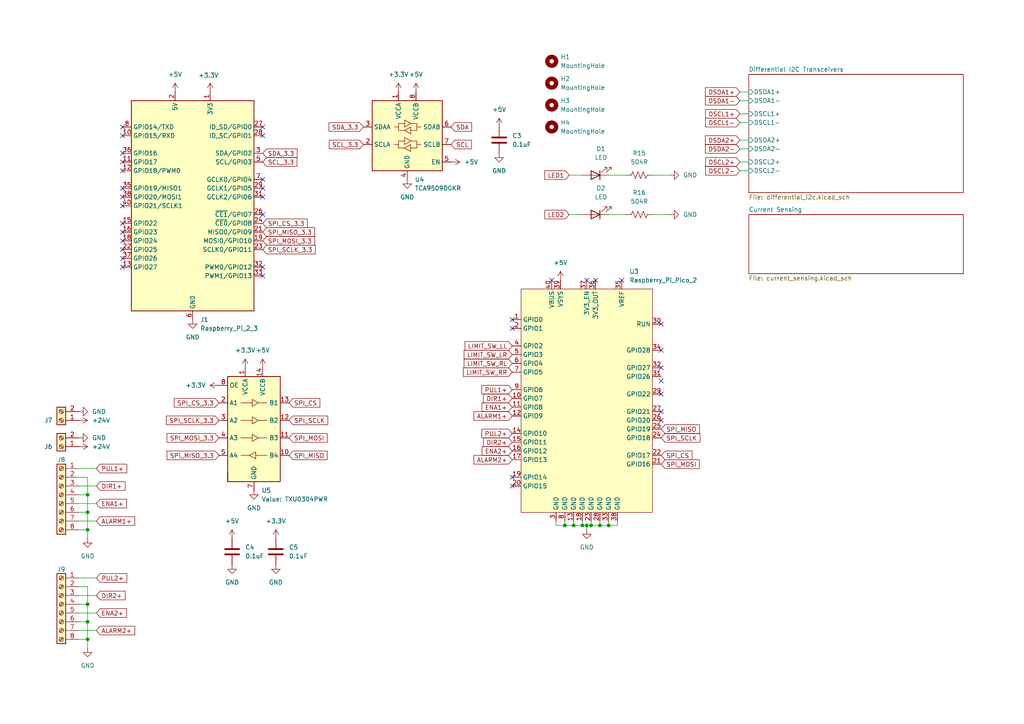
<source format=kicad_sch>
(kicad_sch (version 20231120) (generator "eeschema") (generator_version "8.0")
  (paper "A4")
  (lib_symbols
    (symbol "Connector:8P8C_Shielded" (pin_names (offset 1.016))
      (property "Reference" "J" (at -5.08 13.97 0))
      (property "Value" "8P8C_Shielded" (at 2.54 13.97 0))
      (symbol "8P8C_Shielded_0_1"
        (polyline (pts (xy -5.08 4.445) (xy -6.35 4.445)))
        (polyline (pts (xy -5.08 5.715) (xy -6.35 5.715)))
        (polyline (pts (xy -6.35 -3.175) (xy -5.08 -3.175) (xy -5.08 -3.175)))
        (polyline (pts (xy -6.35 -1.905) (xy -5.08 -1.905) (xy -5.08 -1.905)))
        (polyline (pts (xy -6.35 -0.635) (xy -5.08 -0.635) (xy -5.08 -0.635)))
        (polyline (pts (xy -6.35 0.635) (xy -5.08 0.635) (xy -5.08 0.635)))
        (polyline (pts (xy -6.35 1.905) (xy -5.08 1.905) (xy -5.08 1.905)))
        (polyline (pts (xy -5.08 3.175) (xy -6.35 3.175) (xy -6.35 3.175)))
        (polyline (pts (xy -6.35 -4.445) (xy -6.35 6.985) (xy 3.81 6.985) (xy 3.81 4.445) (xy 5.08 4.445) (xy 5.08 3.175) (xy 6.35 3.175) (xy 6.35 -0.635) (xy 5.08 -0.635) (xy 5.08 -1.905) (xy 3.81 -1.905) (xy 3.81 -4.445) (xy -6.35 -4.445) (xy -6.35 -4.445)))
        (rectangle (start 7.62 12.7) (end -7.62 -10.16) (stroke (width 0.254)) (fill (type background)))
      )
      (symbol "8P8C_Shielded_1_1"
        (pin passive line (at 10.16 -7.62 180) (length 2.54) (name "~") (number "1"))
        (pin passive line (at 10.16 -5.08 180) (length 2.54) (name "~") (number "2"))
        (pin passive line (at 10.16 -2.54 180) (length 2.54) (name "~") (number "3"))
        (pin passive line (at 10.16 0 180) (length 2.54) (name "~") (number "4"))
        (pin passive line (at 10.16 2.54 180) (length 2.54) (name "~") (number "5"))
        (pin passive line (at 10.16 5.08 180) (length 2.54) (name "~") (number "6"))
        (pin passive line (at 10.16 7.62 180) (length 2.54) (name "~") (number "7"))
        (pin passive line (at 10.16 10.16 180) (length 2.54) (name "~") (number "8"))
        (pin passive line (at 0 -12.7 90) (length 2.54) (name "~") (number "SH"))
      )
    )
    (symbol "Connector:Raspberry_Pi_2_3"
      (property "Reference" "J" (at -17.78 31.75 0))
      (property "Value" "Raspberry_Pi_2_3" (at 10.16 -31.75 0))
      (symbol "Raspberry_Pi_2_3_0_1"
        (rectangle (start -17.78 30.48) (end 17.78 -30.48) (stroke (width 0.254)) (fill (type background)))
      )
      (symbol "Raspberry_Pi_2_3_1_1"
        (pin power_in line (at 5.08 33.02 270) (length 2.54) (name "3V3") (number "1"))
        (pin bidirectional line (at -20.32 20.32 0) (length 2.54) (name "GPIO15/RXD") (number "10"))
        (pin bidirectional line (at -20.32 12.7 0) (length 2.54) (name "GPIO17") (number "11"))
        (pin bidirectional line (at -20.32 10.16 0) (length 2.54) (name "GPIO18/PWM0") (number "12"))
        (pin bidirectional line (at -20.32 -17.78 0) (length 2.54) (name "GPIO27") (number "13"))
        (pin passive line (at 0 -33.02 90) (length 2.54) hide (name "GND") (number "14"))
        (pin bidirectional line (at -20.32 -5.08 0) (length 2.54) (name "GPIO22") (number "15"))
        (pin bidirectional line (at -20.32 -7.62 0) (length 2.54) (name "GPIO23") (number "16"))
        (pin passive line (at 5.08 33.02 270) (length 2.54) hide (name "3V3") (number "17"))
        (pin bidirectional line (at -20.32 -10.16 0) (length 2.54) (name "GPIO24") (number "18"))
        (pin bidirectional line (at 20.32 -10.16 180) (length 2.54) (name "MOSI0/GPIO10") (number "19"))
        (pin power_in line (at -5.08 33.02 270) (length 2.54) (name "5V") (number "2"))
        (pin passive line (at 0 -33.02 90) (length 2.54) hide (name "GND") (number "20"))
        (pin bidirectional line (at 20.32 -7.62 180) (length 2.54) (name "MISO0/GPIO9") (number "21"))
        (pin bidirectional line (at -20.32 -12.7 0) (length 2.54) (name "GPIO25") (number "22"))
        (pin bidirectional line (at 20.32 -12.7 180) (length 2.54) (name "SCLK0/GPIO11") (number "23"))
        (pin bidirectional line (at 20.32 -5.08 180) (length 2.54) (name "~{CE0}/GPIO8") (number "24"))
        (pin passive line (at 0 -33.02 90) (length 2.54) hide (name "GND") (number "25"))
        (pin bidirectional line (at 20.32 -2.54 180) (length 2.54) (name "~{CE1}/GPIO7") (number "26"))
        (pin bidirectional line (at 20.32 22.86 180) (length 2.54) (name "ID_SD/GPIO0") (number "27"))
        (pin bidirectional line (at 20.32 20.32 180) (length 2.54) (name "ID_SC/GPIO1") (number "28"))
        (pin bidirectional line (at 20.32 5.08 180) (length 2.54) (name "GCLK1/GPIO5") (number "29"))
        (pin bidirectional line (at 20.32 15.24 180) (length 2.54) (name "SDA/GPIO2") (number "3"))
        (pin passive line (at 0 -33.02 90) (length 2.54) hide (name "GND") (number "30"))
        (pin bidirectional line (at 20.32 2.54 180) (length 2.54) (name "GCLK2/GPIO6") (number "31"))
        (pin bidirectional line (at 20.32 -17.78 180) (length 2.54) (name "PWM0/GPIO12") (number "32"))
        (pin bidirectional line (at 20.32 -20.32 180) (length 2.54) (name "PWM1/GPIO13") (number "33"))
        (pin passive line (at 0 -33.02 90) (length 2.54) hide (name "GND") (number "34"))
        (pin bidirectional line (at -20.32 5.08 0) (length 2.54) (name "GPIO19/MISO1") (number "35"))
        (pin bidirectional line (at -20.32 15.24 0) (length 2.54) (name "GPIO16") (number "36"))
        (pin bidirectional line (at -20.32 -15.24 0) (length 2.54) (name "GPIO26") (number "37"))
        (pin bidirectional line (at -20.32 2.54 0) (length 2.54) (name "GPIO20/MOSI1") (number "38"))
        (pin passive line (at 0 -33.02 90) (length 2.54) hide (name "GND") (number "39"))
        (pin passive line (at -5.08 33.02 270) (length 2.54) hide (name "5V") (number "4"))
        (pin bidirectional line (at -20.32 0 0) (length 2.54) (name "GPIO21/SCLK1") (number "40"))
        (pin bidirectional line (at 20.32 12.7 180) (length 2.54) (name "SCL/GPIO3") (number "5"))
        (pin power_in line (at 0 -33.02 90) (length 2.54) (name "GND") (number "6"))
        (pin bidirectional line (at 20.32 7.62 180) (length 2.54) (name "GCLK0/GPIO4") (number "7"))
        (pin bidirectional line (at -20.32 22.86 0) (length 2.54) (name "GPIO14/TXD") (number "8"))
        (pin passive line (at 0 -33.02 90) (length 2.54) hide (name "GND") (number "9"))
      )
    )
    (symbol "Connector:Screw_Terminal_01x02" (pin_names (offset 1.016) hide)
      (property "Reference" "J" (at 0 2.54 0))
      (property "Value" "Screw_Terminal_01x02" (at 0 -5.08 0))
      (symbol "Screw_Terminal_01x02_1_1"
        (rectangle (start -1.27 1.27) (end 1.27 -3.81) (stroke (width 0.254)) (fill (type background)))
        (circle (center 0 -2.54) (radius 0.635) (stroke (width 0.1524)))
        (polyline (pts (xy -0.5334 -2.2098) (xy 0.3302 -3.048)) (stroke (width 0.1524)))
        (polyline (pts (xy -0.5334 0.3302) (xy 0.3302 -0.508)) (stroke (width 0.1524)))
        (polyline (pts (xy -0.3556 -2.032) (xy 0.508 -2.8702)) (stroke (width 0.1524)))
        (polyline (pts (xy -0.3556 0.508) (xy 0.508 -0.3302)) (stroke (width 0.1524)))
        (circle (center 0 0) (radius 0.635) (stroke (width 0.1524)))
        (pin passive line (at -5.08 0 0) (length 3.81) (name "Pin_1") (number "1"))
        (pin passive line (at -5.08 -2.54 0) (length 3.81) (name "Pin_2") (number "2"))
      )
    )
    (symbol "Connector:Screw_Terminal_01x08" (pin_names (offset 1.016) hide)
      (property "Reference" "J" (at 0 10.16 0))
      (property "Value" "Screw_Terminal_01x08" (at 0 -12.7 0))
      (symbol "Screw_Terminal_01x08_1_1"
        (rectangle (start -1.27 8.89) (end 1.27 -11.43) (stroke (width 0.254)) (fill (type background)))
        (circle (center 0 -10.16) (radius 0.635) (stroke (width 0.1524)))
        (circle (center 0 -7.62) (radius 0.635) (stroke (width 0.1524)))
        (circle (center 0 -5.08) (radius 0.635) (stroke (width 0.1524)))
        (circle (center 0 -2.54) (radius 0.635) (stroke (width 0.1524)))
        (polyline (pts (xy -0.5334 -9.8298) (xy 0.3302 -10.668)) (stroke (width 0.1524)))
        (polyline (pts (xy -0.5334 -7.2898) (xy 0.3302 -8.128)) (stroke (width 0.1524)))
        (polyline (pts (xy -0.5334 -4.7498) (xy 0.3302 -5.588)) (stroke (width 0.1524)))
        (polyline (pts (xy -0.5334 -2.2098) (xy 0.3302 -3.048)) (stroke (width 0.1524)))
        (polyline (pts (xy -0.5334 0.3302) (xy 0.3302 -0.508)) (stroke (width 0.1524)))
        (polyline (pts (xy -0.5334 2.8702) (xy 0.3302 2.032)) (stroke (width 0.1524)))
        (polyline (pts (xy -0.5334 5.4102) (xy 0.3302 4.572)) (stroke (width 0.1524)))
        (polyline (pts (xy -0.5334 7.9502) (xy 0.3302 7.112)) (stroke (width 0.1524)))
        (polyline (pts (xy -0.3556 -9.652) (xy 0.508 -10.4902)) (stroke (width 0.1524)))
        (polyline (pts (xy -0.3556 -7.112) (xy 0.508 -7.9502)) (stroke (width 0.1524)))
        (polyline (pts (xy -0.3556 -4.572) (xy 0.508 -5.4102)) (stroke (width 0.1524)))
        (polyline (pts (xy -0.3556 -2.032) (xy 0.508 -2.8702)) (stroke (width 0.1524)))
        (polyline (pts (xy -0.3556 0.508) (xy 0.508 -0.3302)) (stroke (width 0.1524)))
        (polyline (pts (xy -0.3556 3.048) (xy 0.508 2.2098)) (stroke (width 0.1524)))
        (polyline (pts (xy -0.3556 5.588) (xy 0.508 4.7498)) (stroke (width 0.1524)))
        (polyline (pts (xy -0.3556 8.128) (xy 0.508 7.2898)) (stroke (width 0.1524)))
        (circle (center 0 0) (radius 0.635) (stroke (width 0.1524)))
        (circle (center 0 2.54) (radius 0.635) (stroke (width 0.1524)))
        (circle (center 0 5.08) (radius 0.635) (stroke (width 0.1524)))
        (circle (center 0 7.62) (radius 0.635) (stroke (width 0.1524)))
        (pin passive line (at -5.08 7.62 0) (length 3.81) (name "Pin_1") (number "1"))
        (pin passive line (at -5.08 5.08 0) (length 3.81) (name "Pin_2") (number "2"))
        (pin passive line (at -5.08 2.54 0) (length 3.81) (name "Pin_3") (number "3"))
        (pin passive line (at -5.08 0 0) (length 3.81) (name "Pin_4") (number "4"))
        (pin passive line (at -5.08 -2.54 0) (length 3.81) (name "Pin_5") (number "5"))
        (pin passive line (at -5.08 -5.08 0) (length 3.81) (name "Pin_6") (number "6"))
        (pin passive line (at -5.08 -7.62 0) (length 3.81) (name "Pin_7") (number "7"))
        (pin passive line (at -5.08 -10.16 0) (length 3.81) (name "Pin_8") (number "8"))
      )
    )
    (symbol "Device:C" (pin_numbers hide) (pin_names (offset 0.254))
      (property "Reference" "C" (at 0.635 2.54 0))
      (property "Value" "C" (at 0.635 -2.54 0))
      (symbol "C_0_1"
        (polyline (pts (xy -2.032 -0.762) (xy 2.032 -0.762)) (stroke (width 0.508)))
        (polyline (pts (xy -2.032 0.762) (xy 2.032 0.762)) (stroke (width 0.508)))
      )
      (symbol "C_1_1"
        (pin passive line (at 0 3.81 270) (length 2.794) (name "~") (number "1"))
        (pin passive line (at 0 -3.81 90) (length 2.794) (name "~") (number "2"))
      )
    )
    (symbol "Device:LED" (pin_numbers hide) (pin_names (offset 1.016) hide)
      (property "Reference" "D" (at 0 2.54 0))
      (property "Value" "LED" (at 0 -2.54 0))
      (symbol "LED_0_1"
        (polyline (pts (xy -1.27 -1.27) (xy -1.27 1.27)) (stroke (width 0.254)))
        (polyline (pts (xy -1.27 0) (xy 1.27 0)))
        (polyline (pts (xy 1.27 -1.27) (xy 1.27 1.27) (xy -1.27 0) (xy 1.27 -1.27)) (stroke (width 0.254)))
        (polyline (pts (xy -3.048 -0.762) (xy -4.572 -2.286) (xy -3.81 -2.286) (xy -4.572 -2.286) (xy -4.572 -1.524)))
        (polyline (pts (xy -1.778 -0.762) (xy -3.302 -2.286) (xy -2.54 -2.286) (xy -3.302 -2.286) (xy -3.302 -1.524)))
      )
      (symbol "LED_1_1"
        (pin passive line (at -3.81 0 0) (length 2.54) (name "K") (number "1"))
        (pin passive line (at 3.81 0 180) (length 2.54) (name "A") (number "2"))
      )
    )
    (symbol "Device:R_US" (pin_numbers hide) (pin_names (offset 0))
      (property "Reference" "R" (at 2.54 0 90))
      (property "Value" "R_US" (at -2.54 0 90))
      (symbol "R_US_0_1"
        (polyline (pts (xy 0 -2.286) (xy 0 -2.54)))
        (polyline (pts (xy 0 2.286) (xy 0 2.54)))
        (polyline (pts (xy 0 -0.762) (xy 1.016 -1.143) (xy 0 -1.524) (xy -1.016 -1.905) (xy 0 -2.286)))
        (polyline (pts (xy 0 0.762) (xy 1.016 0.381) (xy 0 0) (xy -1.016 -0.381) (xy 0 -0.762)))
        (polyline (pts (xy 0 2.286) (xy 1.016 1.905) (xy 0 1.524) (xy -1.016 1.143) (xy 0 0.762)))
      )
      (symbol "R_US_1_1"
        (pin passive line (at 0 3.81 270) (length 1.27) (name "~") (number "1"))
        (pin passive line (at 0 -3.81 90) (length 1.27) (name "~") (number "2"))
      )
    )
    (symbol "Logic_LevelTranslator:TCA9517ADGK"
      (property "Reference" "U5" (at 2.1941 -12.7 0))
      (property "Value" "TCA9517ADGK" (at 2.1941 -15.24 0))
      (symbol "TCA9517ADGK_1_1"
        (rectangle (start -10.16 10.16) (end 10.16 -10.16) (stroke (width 0.254)) (fill (type background)))
        (polyline (pts (xy -2.54 -2.54) (xy -2.54 -1.524) (xy -0.762 -1.524)))
        (polyline (pts (xy -2.54 2.54) (xy -2.54 3.556) (xy -0.762 3.556)))
        (polyline (pts (xy 2.794 -2.54) (xy 2.794 -3.556) (xy 1.016 -3.556)))
        (polyline (pts (xy 2.794 2.54) (xy 2.794 1.524) (xy 1.016 1.524)))
        (polyline (pts (xy -0.762 -3.556) (xy -2.54 -3.556) (xy -2.54 -2.54) (xy -3.81 -2.54)))
        (polyline (pts (xy -0.762 -2.54) (xy -0.762 -0.508) (xy 1.016 -1.524) (xy -0.762 -2.54)))
        (polyline (pts (xy -0.762 1.524) (xy -2.54 1.524) (xy -2.54 2.54) (xy -3.81 2.54)))
        (polyline (pts (xy -0.762 2.54) (xy -0.762 4.572) (xy 1.016 3.556) (xy -0.762 2.54)))
        (polyline (pts (xy 1.016 -1.524) (xy 2.794 -1.524) (xy 2.794 -2.54) (xy 4.064 -2.54)))
        (polyline (pts (xy 1.016 3.556) (xy 2.794 3.556) (xy 2.794 2.54) (xy 4.064 2.54)))
        (polyline (pts (xy 1.016 -2.54) (xy 1.016 -4.318) (xy 1.016 -4.572) (xy -0.762 -3.556) (xy 1.016 -2.54)))
        (polyline (pts (xy 1.016 2.54) (xy 1.016 0.762) (xy 1.016 0.508) (xy -0.762 1.524) (xy 1.016 2.54)))
        (pin power_in line (at -2.54 12.7 270) (length 2.54) (name "VCCA") (number "1"))
        (pin bidirectional line (at -12.7 -2.54 0) (length 2.54) (name "SCLA") (number "2"))
        (pin bidirectional line (at -12.7 2.54 0) (length 2.54) (name "SDAA") (number "3"))
        (pin power_in line (at 0 -12.7 90) (length 2.54) (name "GND") (number "4"))
        (pin passive line (at 12.7 -7.62 180) (length 2.54) (name "EN") (number "5"))
        (pin bidirectional line (at 12.7 2.54 180) (length 2.54) (name "SDAB") (number "6"))
        (pin bidirectional line (at 12.7 -2.54 180) (length 2.54) (name "SCLB") (number "7"))
        (pin power_in line (at 2.54 12.7 270) (length 2.54) (name "VCCB") (number "8"))
      )
    )
    (symbol "Mechanical:MountingHole" (pin_names (offset 1.016)) (exclude_from_sim yes) (in_bom no)
      (property "Reference" "H" (at 0 5.08 0))
      (property "Value" "MountingHole" (at 0 3.175 0))
      (symbol "MountingHole_0_1"
        (circle (center 0 0) (radius 1.27) (stroke (width 1.27)))
      )
    )
    (symbol "bh_symbol_library:RaspberryPi-Pico-2"
      (property "Reference" "U" (at 0 0 0))
      (property "Value" "Raspberry_Pi_Pico_2" (at 0 0 0))
      (symbol "RaspberryPi-Pico-2_0_0"
        (pin bidirectional line (at 0 0 0) (length 2.54) (name "GPIO0") (number "1"))
        (pin bidirectional line (at 0 -22.86 0) (length 2.54) (name "GPIO7") (number "10"))
        (pin bidirectional line (at 0 -25.4 0) (length 2.54) (name "GPIO8") (number "11"))
        (pin bidirectional line (at 0 -27.94 0) (length 2.54) (name "GPIO9") (number "12"))
        (pin power_in line (at 17.78 -58.42 90) (length 2.54) (name "GND") (number "13"))
        (pin bidirectional line (at 0 -33.02 0) (length 2.54) (name "GPIO10") (number "14"))
        (pin bidirectional line (at 0 -35.56 0) (length 2.54) (name "GPIO11") (number "15"))
        (pin bidirectional line (at 0 -38.1 0) (length 2.54) (name "GPIO12") (number "16"))
        (pin bidirectional line (at 0 -40.64 0) (length 2.54) (name "GPIO13") (number "17"))
        (pin power_in line (at 20.32 -58.42 90) (length 2.54) (name "GND") (number "18"))
        (pin bidirectional line (at 0 -45.72 0) (length 2.54) (name "GPIO14") (number "19"))
        (pin bidirectional line (at 0 -2.54 0) (length 2.54) (name "GPIO1") (number "2"))
        (pin bidirectional line (at 0 -48.26 0) (length 2.54) (name "GPIO15") (number "20"))
        (pin bidirectional line (at 43.18 -41.91 180) (length 2.54) (name "GPIO16") (number "21"))
        (pin bidirectional line (at 43.18 -39.37 180) (length 2.54) (name "GPIO17") (number "22"))
        (pin power_in line (at 22.86 -58.42 90) (length 2.54) (name "GND") (number "23"))
        (pin bidirectional line (at 43.18 -34.29 180) (length 2.54) (name "GPIO18") (number "24"))
        (pin bidirectional line (at 43.18 -31.75 180) (length 2.54) (name "GPIO19") (number "25"))
        (pin bidirectional line (at 43.18 -29.21 180) (length 2.54) (name "GPIO20") (number "26"))
        (pin bidirectional line (at 43.18 -26.67 180) (length 2.54) (name "GPIO21") (number "27"))
        (pin power_in line (at 25.4 -58.42 90) (length 2.54) (name "GND") (number "28"))
        (pin bidirectional line (at 43.18 -21.59 180) (length 2.54) (name "GPIO22") (number "29"))
        (pin power_in line (at 12.7 -58.42 90) (length 2.54) (name "GND") (number "3"))
        (pin input line (at 43.18 -1.27 180) (length 2.54) (name "RUN") (number "30"))
        (pin bidirectional line (at 43.18 -16.51 180) (length 2.54) (name "GPIO26") (number "31"))
        (pin bidirectional line (at 43.18 -13.97 180) (length 2.54) (name "GPIO27") (number "32"))
        (pin power_in line (at 27.94 -58.42 90) (length 2.54) (name "GND") (number "33"))
        (pin unspecified line (at 43.18 -8.89 180) (length 2.54) (name "GPIO28") (number "34"))
        (pin unspecified line (at 31.75 11.43 270) (length 2.54) (name "VREF") (number "35"))
        (pin unspecified line (at 24.13 11.43 270) (length 2.54) (name "3V3_OUT") (number "36"))
        (pin unspecified line (at 21.59 11.43 270) (length 2.54) (name "3V3_EN") (number "37"))
        (pin power_in line (at 30.48 -58.42 90) (length 2.54) (name "GND") (number "38"))
        (pin unspecified line (at 13.97 11.43 270) (length 2.54) (name "VSYS") (number "39"))
        (pin bidirectional line (at 0 -7.62 0) (length 2.54) (name "GPIO2") (number "4"))
        (pin unspecified line (at 11.43 11.43 270) (length 2.54) (name "VBUS") (number "40"))
        (pin bidirectional line (at 0 -10.16 0) (length 2.54) (name "GPIO3") (number "5"))
        (pin bidirectional line (at 0 -12.7 0) (length 2.54) (name "GPIO4") (number "6"))
        (pin bidirectional line (at 0 -15.24 0) (length 2.54) (name "GPIO5") (number "7"))
        (pin power_in line (at 15.24 -58.42 90) (length 2.54) (name "GND") (number "8"))
        (pin bidirectional line (at 0 -20.32 0) (length 2.54) (name "GPIO6") (number "9"))
      )
      (symbol "RaspberryPi-Pico-2_1_1"
        (rectangle (start 2.54 8.89) (end 40.64 -55.88) (fill (type background)))
      )
    )
    (symbol "bh_symbol_library:TXU0304PWR"
      (property "Reference" "U" (at 0.508 1.27 0))
      (property "Value" "TXU0304PWR" (at 17.526 1.27 0) (show_name))
      (symbol "TXU0304PWR_0_1"
        (rectangle (start 0 -30.48) (end 0 -27.94) (stroke (width 0.254)))
        (polyline (pts (xy 6.35 -22.86) (xy 3.81 -22.86)))
        (polyline (pts (xy 8.89 -17.78) (xy 11.43 -17.78)))
        (polyline (pts (xy 8.89 -12.7) (xy 11.43 -12.7)))
        (polyline (pts (xy 8.89 -7.62) (xy 11.43 -7.62)))
        (polyline (pts (xy 3.81 -17.78) (xy 6.985 -17.78) (xy 7.091 -17.78)))
        (polyline (pts (xy 3.81 -12.7) (xy 6.985 -12.7) (xy 7.091 -12.7)))
        (polyline (pts (xy 3.81 -7.62) (xy 6.985 -7.62) (xy 7.091 -7.62)))
        (polyline (pts (xy 11.43 -22.86) (xy 8.255 -22.86) (xy 8.149 -22.86)))
        (polyline (pts (xy 6.35 -22.86) (xy 8.128 -21.844) (xy 8.128 -23.876) (xy 6.35 -22.86)))
        (polyline (pts (xy 8.89 -17.78) (xy 7.112 -18.796) (xy 7.112 -16.764) (xy 8.89 -17.78)))
        (polyline (pts (xy 8.89 -12.7) (xy 7.112 -13.716) (xy 7.112 -11.684) (xy 8.89 -12.7)))
        (polyline (pts (xy 8.89 -7.62) (xy 7.112 -8.636) (xy 7.112 -6.604) (xy 8.89 -7.62)))
        (rectangle (start 0 0) (end 15.24 -30.48) (stroke (width 0.254)) (fill (type background)))
      )
      (symbol "TXU0304PWR_1_1"
        (pin power_in line (at 5.08 2.54 270) (length 2.54) (name "VCCA") (number "1"))
        (pin input line (at 17.78 -22.86 180) (length 2.54) (name "B4") (number "10"))
        (pin output line (at 17.78 -17.78 180) (length 2.54) (name "B3") (number "11"))
        (pin output line (at 17.78 -12.7 180) (length 2.54) (name "B2") (number "12"))
        (pin output line (at 17.78 -7.62 180) (length 2.54) (name "B1") (number "13"))
        (pin power_in line (at 10.16 2.54 270) (length 2.54) (name "VCCB") (number "14"))
        (pin input line (at -2.54 -7.62 0) (length 2.54) (name "A1") (number "2"))
        (pin input line (at -2.54 -12.7 0) (length 2.54) (name "A2") (number "3"))
        (pin input line (at -2.54 -17.78 0) (length 2.54) (name "A3") (number "4"))
        (pin output line (at -2.54 -22.86 0) (length 2.54) (name "A4") (number "5"))
        (pin no_connect line (at 0 -27.94 0) (length 2.54) hide (name "NC") (number "6"))
        (pin power_in line (at 7.62 -33.02 90) (length 2.54) (name "GND") (number "7"))
        (pin input line (at -2.54 -2.54 0) (length 2.54) (name "OE") (number "8"))
        (pin no_connect line (at 15.24 -27.94 180) (length 2.54) hide (name "NC") (number "9"))
      )
    )
    (symbol "power:+12V" (power) (pin_numbers hide) (pin_names (offset 0) hide)
      (property "Value" "+12V" (at 0 3.556 0))
      (symbol "+12V_0_1"
        (polyline (pts (xy -0.762 1.27) (xy 0 2.54)))
        (polyline (pts (xy 0 0) (xy 0 2.54)))
        (polyline (pts (xy 0 2.54) (xy 0.762 1.27)))
      )
      (symbol "+12V_1_1"
        (pin power_in line (at 0 0 90) (length 0) (name "~") (number "1"))
      )
    )
    (symbol "power:+3.3V" (power) (pin_numbers hide) (pin_names (offset 0) hide)
      (property "Value" "+3.3V" (at 0 3.556 0))
      (symbol "+3.3V_0_1"
        (polyline (pts (xy -0.762 1.27) (xy 0 2.54)))
        (polyline (pts (xy 0 0) (xy 0 2.54)))
        (polyline (pts (xy 0 2.54) (xy 0.762 1.27)))
      )
      (symbol "+3.3V_1_1"
        (pin power_in line (at 0 0 90) (length 0) (name "~") (number "1"))
      )
    )
    (symbol "power:+5V" (power) (pin_numbers hide) (pin_names (offset 0) hide)
      (property "Value" "+5V" (at 0 3.556 0))
      (symbol "+5V_0_1"
        (polyline (pts (xy -0.762 1.27) (xy 0 2.54)))
        (polyline (pts (xy 0 0) (xy 0 2.54)))
        (polyline (pts (xy 0 2.54) (xy 0.762 1.27)))
      )
      (symbol "+5V_1_1"
        (pin power_in line (at 0 0 90) (length 0) (name "~") (number "1"))
      )
    )
    (symbol "power:GND" (power) (pin_numbers hide) (pin_names (offset 0) hide)
      (property "Value" "GND" (at 0 -3.81 0))
      (symbol "GND_0_1"
        (polyline (pts (xy 0 0) (xy 0 -1.27) (xy 1.27 -1.27) (xy 0 -2.54) (xy -1.27 -1.27) (xy 0 -1.27)))
      )
      (symbol "GND_1_1"
        (pin power_in line (at 0 0 270) (length 0) (name "~") (number "1"))
      )
    )
  )
  (junction (at 176.53 152.4))
  (junction (at 25.4 185.42))
  (junction (at 25.4 148.59))
  (junction (at 25.4 143.51))
  (junction (at 25.4 175.26))
  (junction (at 173.99 152.4))
  (junction (at 25.4 153.67))
  (junction (at 168.91 152.4))
  (junction (at 166.37 152.4))
  (junction (at 163.83 152.4))
  (junction (at 25.4 180.34))
  (junction (at 170.18 152.4))
  (junction (at 171.45 152.4))
  (no_connect (at 35.56 44.45))
  (no_connect (at 76.2 54.61))
  (no_connect (at 35.56 54.61))
  (no_connect (at 76.2 77.47))
  (no_connect (at 148.59 92.71))
  (no_connect (at 35.56 74.93))
  (no_connect (at 148.59 140.97))
  (no_connect (at 35.56 64.77))
  (no_connect (at 170.18 81.28))
  (no_connect (at 35.56 69.85))
  (no_connect (at 191.77 119.38))
  (no_connect (at 35.56 36.83))
  (no_connect (at 180.34 81.28))
  (no_connect (at 191.77 121.92))
  (no_connect (at 76.2 52.07))
  (no_connect (at 172.72 81.28))
  (no_connect (at 160.02 81.28))
  (no_connect (at 191.77 110.49))
  (no_connect (at 35.56 57.15))
  (no_connect (at 76.2 57.15))
  (no_connect (at 191.77 106.68))
  (no_connect (at 191.77 101.6))
  (no_connect (at 35.56 77.47))
  (no_connect (at 76.2 80.01))
  (no_connect (at 76.2 36.83))
  (no_connect (at 76.2 62.23))
  (no_connect (at 35.56 67.31))
  (no_connect (at 191.77 93.98))
  (no_connect (at 35.56 46.99))
  (no_connect (at 148.59 95.25))
  (no_connect (at 148.59 138.43))
  (no_connect (at 35.56 39.37))
  (no_connect (at 35.56 59.69))
  (no_connect (at 35.56 72.39))
  (no_connect (at 76.2 39.37))
  (no_connect (at 35.56 49.53))
  (no_connect (at 191.77 114.3))
  (wire (pts (xy 176.53 50.8) (xy 181.61 50.8)))
  (wire (pts (xy 173.99 151.13) (xy 173.99 152.4)))
  (wire (pts (xy 22.86 177.8) (xy 27.94 177.8)))
  (wire (pts (xy 22.86 143.51) (xy 25.4 143.51)))
  (wire (pts (xy 163.83 152.4) (xy 166.37 152.4)))
  (wire (pts (xy 22.86 180.34) (xy 25.4 180.34)))
  (wire (pts (xy 363.22 54.61) (xy 363.22 57.15)))
  (wire (pts (xy 161.29 152.4) (xy 163.83 152.4)))
  (wire (pts (xy 365.76 54.61) (xy 365.76 57.15)))
  (wire (pts (xy 22.86 167.64) (xy 27.94 167.64)))
  (wire (pts (xy 365.76 20.32) (xy 365.76 22.86)))
  (wire (pts (xy 170.18 152.4) (xy 168.91 152.4)))
  (wire (pts (xy 189.23 50.8) (xy 194.31 50.8)))
  (wire (pts (xy 163.83 151.13) (xy 163.83 152.4)))
  (wire (pts (xy 214.63 43.18) (xy 217.17 43.18)))
  (wire (pts (xy 170.18 152.4) (xy 171.45 152.4)))
  (wire (pts (xy 25.4 175.26) (xy 25.4 170.18)))
  (wire (pts (xy 22.86 175.26) (xy 25.4 175.26)))
  (wire (pts (xy 22.86 182.88) (xy 27.94 182.88)))
  (wire (pts (xy 22.86 135.89) (xy 27.94 135.89)))
  (wire (pts (xy 214.63 35.56) (xy 217.17 35.56)))
  (wire (pts (xy 173.99 152.4) (xy 176.53 152.4)))
  (wire (pts (xy 22.86 138.43) (xy 25.4 138.43)))
  (wire (pts (xy 22.86 146.05) (xy 27.94 146.05)))
  (wire (pts (xy 170.18 153.67) (xy 170.18 152.4)))
  (wire (pts (xy 25.4 185.42) (xy 25.4 180.34)))
  (wire (pts (xy 25.4 153.67) (xy 22.86 153.67)))
  (wire (pts (xy 171.45 151.13) (xy 171.45 152.4)))
  (wire (pts (xy 165.1 50.8) (xy 168.91 50.8)))
  (wire (pts (xy 363.22 20.32) (xy 363.22 22.86)))
  (wire (pts (xy 179.07 151.13) (xy 179.07 152.4)))
  (wire (pts (xy 176.53 152.4) (xy 179.07 152.4)))
  (wire (pts (xy 25.4 143.51) (xy 25.4 148.59)))
  (wire (pts (xy 214.63 33.02) (xy 217.17 33.02)))
  (wire (pts (xy 22.86 172.72) (xy 27.94 172.72)))
  (wire (pts (xy 166.37 152.4) (xy 168.91 152.4)))
  (wire (pts (xy 214.63 40.64) (xy 217.17 40.64)))
  (wire (pts (xy 22.86 151.13) (xy 27.94 151.13)))
  (wire (pts (xy 168.91 151.13) (xy 168.91 152.4)))
  (wire (pts (xy 25.4 156.21) (xy 25.4 153.67)))
  (wire (pts (xy 360.68 20.32) (xy 360.68 22.86)))
  (wire (pts (xy 166.37 151.13) (xy 166.37 152.4)))
  (wire (pts (xy 25.4 180.34) (xy 25.4 175.26)))
  (wire (pts (xy 161.29 151.13) (xy 161.29 152.4)))
  (wire (pts (xy 22.86 148.59) (xy 25.4 148.59)))
  (wire (pts (xy 25.4 187.96) (xy 25.4 185.42)))
  (wire (pts (xy 368.3 20.32) (xy 368.3 22.86)))
  (wire (pts (xy 214.63 26.67) (xy 217.17 26.67)))
  (wire (pts (xy 360.68 54.61) (xy 360.68 57.15)))
  (wire (pts (xy 189.23 62.23) (xy 194.31 62.23)))
  (wire (pts (xy 214.63 29.21) (xy 217.17 29.21)))
  (wire (pts (xy 25.4 170.18) (xy 22.86 170.18)))
  (wire (pts (xy 25.4 138.43) (xy 25.4 143.51)))
  (wire (pts (xy 22.86 185.42) (xy 25.4 185.42)))
  (wire (pts (xy 176.53 62.23) (xy 181.61 62.23)))
  (wire (pts (xy 214.63 46.99) (xy 217.17 46.99)))
  (wire (pts (xy 173.99 152.4) (xy 171.45 152.4)))
  (wire (pts (xy 22.86 140.97) (xy 27.94 140.97)))
  (wire (pts (xy 25.4 148.59) (xy 25.4 153.67)))
  (wire (pts (xy 165.1 62.23) (xy 168.91 62.23)))
  (wire (pts (xy 176.53 151.13) (xy 176.53 152.4)))
  (wire (pts (xy 368.3 54.61) (xy 368.3 57.15)))
  (wire (pts (xy 214.63 49.53) (xy 217.17 49.53)))
  (global_label "DIR1+" (shape input) (at 148.59 115.57 180) (property "Intersheetrefs" "${INTERSHEET_REFS}" (effects (hide yes))))
  (global_label "ENA2+" (shape input) (at 148.59 130.81 180) (property "Intersheetrefs" "${INTERSHEET_REFS}" (effects (hide yes))))
  (global_label "SPI_MOSI_3.3" (shape input) (at 76.2 69.85 0) (property "Intersheetrefs" "${INTERSHEET_REFS}" (effects (hide yes))))
  (global_label "DSCL1+" (shape input) (at 214.63 33.02 180) (property "Intersheetrefs" "${INTERSHEET_REFS}" (effects (hide yes))))
  (global_label "ENA1+" (shape input) (at 148.59 118.11 180) (property "Intersheetrefs" "${INTERSHEET_REFS}" (effects (hide yes))))
  (global_label "SDA" (shape input) (at 130.81 36.83 0) (property "Intersheetrefs" "${INTERSHEET_REFS}" (effects (hide yes))))
  (global_label "LIMIT_SW_LL" (shape input) (at 373.38 22.86 90) (property "Intersheetrefs" "${INTERSHEET_REFS}" (effects (hide yes))))
  (global_label "PUL2+" (shape input) (at 27.94 167.64 0) (property "Intersheetrefs" "${INTERSHEET_REFS}" (effects (hide yes))))
  (global_label "SPI_CS_3.3" (shape input) (at 76.2 64.77 0) (property "Intersheetrefs" "${INTERSHEET_REFS}" (effects (hide yes))))
  (global_label "ALARM1+" (shape input) (at 148.59 120.65 180) (property "Intersheetrefs" "${INTERSHEET_REFS}" (effects (hide yes))))
  (global_label "SCL_3.3" (shape input) (at 76.2 46.99 0) (property "Intersheetrefs" "${INTERSHEET_REFS}" (effects (hide yes))))
  (global_label "ALARM2+" (shape input) (at 27.94 182.88 0) (property "Intersheetrefs" "${INTERSHEET_REFS}" (effects (hide yes))))
  (global_label "SDA_3.3" (shape input) (at 76.2 44.45 0) (property "Intersheetrefs" "${INTERSHEET_REFS}" (effects (hide yes))))
  (global_label "DSDA1-" (shape input) (at 214.63 29.21 180) (property "Intersheetrefs" "${INTERSHEET_REFS}" (effects (hide yes))))
  (global_label "SPI_MISO" (shape input) (at 83.82 132.08 0) (property "Intersheetrefs" "${INTERSHEET_REFS}" (effects (hide yes))))
  (global_label "PUL1+" (shape input) (at 27.94 135.89 0) (property "Intersheetrefs" "${INTERSHEET_REFS}" (effects (hide yes))))
  (global_label "SPI_MISO_3.3" (shape input) (at 76.2 67.31 0) (property "Intersheetrefs" "${INTERSHEET_REFS}" (effects (hide yes))))
  (global_label "DSCL2-" (shape input) (at 368.3 54.61 90) (property "Intersheetrefs" "${INTERSHEET_REFS}" (effects (hide yes))))
  (global_label "SPI_MOSI" (shape input) (at 191.77 134.62 0) (property "Intersheetrefs" "${INTERSHEET_REFS}" (effects (hide yes))))
  (global_label "SPI_SCLK" (shape input) (at 83.82 121.92 0) (property "Intersheetrefs" "${INTERSHEET_REFS}" (effects (hide yes))))
  (global_label "DSDA2-" (shape input) (at 214.63 43.18 180) (property "Intersheetrefs" "${INTERSHEET_REFS}" (effects (hide yes))))
  (global_label "DSDA2+" (shape input) (at 214.63 40.64 180) (property "Intersheetrefs" "${INTERSHEET_REFS}" (effects (hide yes))))
  (global_label "PUL2+" (shape input) (at 148.59 125.73 180) (property "Intersheetrefs" "${INTERSHEET_REFS}" (effects (hide yes))))
  (global_label "DSDA1+" (shape input) (at 363.22 20.32 90) (property "Intersheetrefs" "${INTERSHEET_REFS}" (effects (hide yes))))
  (global_label "LIMIT_SW_LL" (shape input) (at 148.59 100.33 180) (property "Intersheetrefs" "${INTERSHEET_REFS}" (effects (hide yes))))
  (global_label "LIMIT_SW_RL" (shape input) (at 373.38 57.15 90) (property "Intersheetrefs" "${INTERSHEET_REFS}" (effects (hide yes))))
  (global_label "DIR1+" (shape input) (at 27.94 140.97 0) (property "Intersheetrefs" "${INTERSHEET_REFS}" (effects (hide yes))))
  (global_label "LED1" (shape input) (at 165.1 50.8 180) (property "Intersheetrefs" "${INTERSHEET_REFS}" (effects (hide yes))))
  (global_label "SPI_CS" (shape input) (at 83.82 116.84 0) (property "Intersheetrefs" "${INTERSHEET_REFS}" (effects (hide yes))))
  (global_label "DSCL1-" (shape input) (at 368.3 20.32 90) (property "Intersheetrefs" "${INTERSHEET_REFS}" (effects (hide yes))))
  (global_label "SCL" (shape input) (at 130.81 41.91 0) (property "Intersheetrefs" "${INTERSHEET_REFS}" (effects (hide yes))))
  (global_label "DSDA1+" (shape input) (at 214.63 26.67 180) (property "Intersheetrefs" "${INTERSHEET_REFS}" (effects (hide yes))))
  (global_label "DSCL1-" (shape input) (at 214.63 35.56 180) (property "Intersheetrefs" "${INTERSHEET_REFS}" (effects (hide yes))))
  (global_label "DSDA2+" (shape input) (at 363.22 54.61 90) (property "Intersheetrefs" "${INTERSHEET_REFS}" (effects (hide yes))))
  (global_label "DSDA2-" (shape input) (at 360.68 54.61 90) (property "Intersheetrefs" "${INTERSHEET_REFS}" (effects (hide yes))))
  (global_label "ENA1+" (shape input) (at 27.94 146.05 0) (property "Intersheetrefs" "${INTERSHEET_REFS}" (effects (hide yes))))
  (global_label "PUL1+" (shape input) (at 148.59 113.03 180) (property "Intersheetrefs" "${INTERSHEET_REFS}" (effects (hide yes))))
  (global_label "DSCL2+" (shape input) (at 365.76 54.61 90) (property "Intersheetrefs" "${INTERSHEET_REFS}" (effects (hide yes))))
  (global_label "SPI_CS" (shape input) (at 191.77 132.08 0) (property "Intersheetrefs" "${INTERSHEET_REFS}" (effects (hide yes))))
  (global_label "LIMIT_SW_RL" (shape input) (at 148.59 105.41 180) (property "Intersheetrefs" "${INTERSHEET_REFS}" (effects (hide yes))))
  (global_label "SCL_3.3" (shape input) (at 105.41 41.91 180) (property "Intersheetrefs" "${INTERSHEET_REFS}" (effects (hide yes))))
  (global_label "LIMIT_SW_RR" (shape input) (at 355.6 57.15 90) (property "Intersheetrefs" "${INTERSHEET_REFS}" (effects (hide yes))))
  (global_label "ALARM2+" (shape input) (at 148.59 133.35 180) (property "Intersheetrefs" "${INTERSHEET_REFS}" (effects (hide yes))))
  (global_label "SPI_SCLK_3.3" (shape input) (at 76.2 72.39 0) (property "Intersheetrefs" "${INTERSHEET_REFS}" (effects (hide yes))))
  (global_label "DIR2+" (shape input) (at 148.59 128.27 180) (property "Intersheetrefs" "${INTERSHEET_REFS}" (effects (hide yes))))
  (global_label "SPI_CS_3.3" (shape input) (at 63.5 116.84 180) (property "Intersheetrefs" "${INTERSHEET_REFS}" (effects (hide yes))))
  (global_label "DSCL2+" (shape input) (at 214.63 46.99 180) (property "Intersheetrefs" "${INTERSHEET_REFS}" (effects (hide yes))))
  (global_label "SDA_3.3" (shape input) (at 105.41 36.83 180) (property "Intersheetrefs" "${INTERSHEET_REFS}" (effects (hide yes))))
  (global_label "ALARM1+" (shape input) (at 27.94 151.13 0) (property "Intersheetrefs" "${INTERSHEET_REFS}" (effects (hide yes))))
  (global_label "SPI_MOSI_3.3" (shape input) (at 63.5 127 180) (property "Intersheetrefs" "${INTERSHEET_REFS}" (effects (hide yes))))
  (global_label "ENA2+" (shape input) (at 27.94 177.8 0) (property "Intersheetrefs" "${INTERSHEET_REFS}" (effects (hide yes))))
  (global_label "SPI_MOSI" (shape input) (at 83.82 127 0) (property "Intersheetrefs" "${INTERSHEET_REFS}" (effects (hide yes))))
  (global_label "LED2" (shape input) (at 165.1 62.23 180) (property "Intersheetrefs" "${INTERSHEET_REFS}" (effects (hide yes))))
  (global_label "SPI_MISO" (shape input) (at 191.77 124.46 0) (property "Intersheetrefs" "${INTERSHEET_REFS}" (effects (hide yes))))
  (global_label "LIMIT_SW_RR" (shape input) (at 148.59 107.95 180) (property "Intersheetrefs" "${INTERSHEET_REFS}" (effects (hide yes))))
  (global_label "DIR2+" (shape input) (at 27.94 172.72 0) (property "Intersheetrefs" "${INTERSHEET_REFS}" (effects (hide yes))))
  (global_label "SPI_SCLK" (shape input) (at 191.77 127 0) (property "Intersheetrefs" "${INTERSHEET_REFS}" (effects (hide yes))))
  (global_label "LIMIT_SW_LR" (shape input) (at 355.6 22.86 90) (property "Intersheetrefs" "${INTERSHEET_REFS}" (effects (hide yes))))
  (global_label "LIMIT_SW_LR" (shape input) (at 148.59 102.87 180) (property "Intersheetrefs" "${INTERSHEET_REFS}" (effects (hide yes))))
  (global_label "DSCL2-" (shape input) (at 214.63 49.53 180) (property "Intersheetrefs" "${INTERSHEET_REFS}" (effects (hide yes))))
  (global_label "SPI_MISO_3.3" (shape input) (at 63.5 132.08 180) (property "Intersheetrefs" "${INTERSHEET_REFS}" (effects (hide yes))))
  (global_label "DSCL1+" (shape input) (at 365.76 20.32 90) (property "Intersheetrefs" "${INTERSHEET_REFS}" (effects (hide yes))))
  (global_label "DSDA1-" (shape input) (at 360.68 20.32 90) (property "Intersheetrefs" "${INTERSHEET_REFS}" (effects (hide yes))))
  (global_label "SPI_SCLK_3.3" (shape input) (at 63.5 121.92 180) (property "Intersheetrefs" "${INTERSHEET_REFS}" (effects (hide yes))))
  (symbol (lib_id "power:+12V") (at 353.06 85.09 90) (unit 1)
    (property "Reference" "#PWR051" (effects (hide yes)))
    (property "Value" "+24V" (at 349.25 85.0899 90) (effects (justify left)))
    (property "Description" "Power symbol creates a global label with name \"+12V\"" (effects (hide yes)))
  )
  (symbol (lib_id "power:GND") (at 194.31 50.8 90) (unit 1)
    (property "Reference" "#PWR022" (effects (hide yes)))
    (property "Value" "GND" (at 198.12 50.7999 90) (effects (justify right)))
    (property "Description" "Power symbol creates a global label with name \"GND\" , ground" (effects (hide yes)))
  )
  (symbol (lib_id "power:GND") (at 80.01 163.83 0) (unit 1)
    (property "Reference" "#PWR058" (effects (hide yes)))
    (property "Value" "GND" (at 80.01 168.91 0))
    (property "Description" "Power symbol creates a global label with name \"GND\" , ground" (effects (hide yes)))
  )
  (symbol (lib_id "power:+3.3V") (at 80.01 156.21 0) (unit 1)
    (property "Reference" "#PWR056" (effects (hide yes)))
    (property "Value" "+3.3V" (at 80.01 151.13 0))
    (property "Description" "Power symbol creates a global label with name \"+3.3V\"" (effects (hide yes)))
  )
  (symbol (lib_id "power:GND") (at 353.06 95.25 270) (unit 1)
    (property "Reference" "#PWR049" (effects (hide yes)))
    (property "Value" "GND" (at 349.25 95.2499 90) (effects (justify right)))
    (property "Description" "Power symbol creates a global label with name \"GND\" , ground" (effects (hide yes)))
  )
  (symbol (lib_id "power:GND") (at 55.88 92.71 0) (unit 1)
    (property "Reference" "#PWR044" (effects (hide yes)))
    (property "Value" "GND" (at 55.88 97.79 0))
    (property "Description" "Power symbol creates a global label with name \"GND\" , ground" (effects (hide yes)))
  )
  (symbol (lib_id "power:GND") (at 144.78 44.45 0) (unit 1)
    (property "Reference" "#PWR041" (effects (hide yes)))
    (property "Value" "GND" (at 144.78 49.53 0))
    (property "Description" "Power symbol creates a global label with name \"GND\" , ground" (effects (hide yes)))
  )
  (symbol (lib_id "Connector:Screw_Terminal_01x02") (at 358.14 100.33 0) (unit 1)
    (property "Reference" "J13" (at 360.68 100.3299 0) (effects (justify left)))
    (property "Value" "Screw_Terminal_01x02" (at 360.68 102.8699 0) (effects (justify left)))
    (property "Footprint" "TerminalBlock_Phoenix:TerminalBlock_Phoenix_PT-1,5-2-5.0-H_1x02_P5.00mm_Horizontal" (effects (hide yes)))
    (property "Description" "Generic screw terminal, single row, 01x02, script generated (kicad-library-utils/schlib/autogen/connector/)" (effects (hide yes)))
    (property "Digikey" "https://www.digikey.ca/en/products/detail/phoenix-contact/1935161/568614" (effects (hide yes)))
  )
  (symbol (lib_id "Device:LED") (at 172.72 62.23 180) (unit 1)
    (property "Reference" "D2" (at 174.3075 54.61 0))
    (property "Value" "LED" (at 174.3075 57.15 0))
    (property "Footprint" "LED_THT:LED_D5.0mm_Clear" (effects (hide yes)))
    (property "Description" "Light emitting diode" (effects (hide yes)))
  )
  (symbol (lib_id "bh_symbol_library:TXU0304PWR") (at 66.04 109.22 0) (unit 1)
    (property "Reference" "U5" (at 75.8541 142.24 0) (effects (justify left)))
    (property "Value" "TXU0304PWR" (at 75.8541 144.78 0) (show_name yes) (effects (justify left)))
    (property "Footprint" "Package_SO:TSSOP-14_4.4x5mm_P0.65mm" (effects (hide yes)))
  )
  (symbol (lib_id "power:+5V") (at 50.8 26.67 0) (unit 1)
    (property "Reference" "#PWR035" (effects (hide yes)))
    (property "Value" "+5V" (at 50.8 21.59 0))
    (property "Description" "Power symbol creates a global label with name \"+5V\"" (effects (hide yes)))
  )
  (symbol (lib_id "power:GND") (at 378.46 33.02 90) (unit 1)
    (property "Reference" "#PWR030" (effects (hide yes)))
    (property "Value" "GND" (at 382.27 33.0199 90) (effects (justify right)))
    (property "Description" "Power symbol creates a global label with name \"GND\" , ground" (effects (hide yes)))
  )
  (symbol (lib_id "power:GND") (at 170.18 153.67 0) (unit 1)
    (property "Reference" "#PWR060" (effects (hide yes)))
    (property "Value" "GND" (at 170.18 158.75 0))
    (property "Description" "Power symbol creates a global label with name \"GND\" , ground" (effects (hide yes)))
  )
  (symbol (lib_id "Connector:Screw_Terminal_01x08") (at 17.78 175.26 0) (mirror y) (unit 1)
    (property "Reference" "J9" (at 17.78 165.1 0))
    (property "Value" "Screw_Terminal_01x08" (effects (hide yes)))
    (property "Footprint" "TerminalBlock_Phoenix:TerminalBlock_Phoenix_PT-1,5-8-5.0-H_1x08_P5.00mm_Horizontal" (effects (hide yes)))
    (property "Description" "Generic screw terminal, single row, 01x08, script generated (kicad-library-utils/schlib/autogen/connector/)" (effects (hide yes)))
    (property "Digikey" "https://www.digikey.ca/en/products/detail/phoenix-contact/1935226/568620" (effects (hide yes)))
  )
  (symbol (lib_id "power:GND") (at 353.06 87.63 270) (unit 1)
    (property "Reference" "#PWR048" (effects (hide yes)))
    (property "Value" "GND" (at 349.25 87.6299 90) (effects (justify right)))
    (property "Description" "Power symbol creates a global label with name \"GND\" , ground" (effects (hide yes)))
  )
  (symbol (lib_id "power:+3.3V") (at 115.57 26.67 0) (unit 1)
    (property "Reference" "#PWR038" (effects (hide yes)))
    (property "Value" "+3.3V" (at 115.57 21.59 0))
    (property "Description" "Power symbol creates a global label with name \"+3.3V\"" (effects (hide yes)))
  )
  (symbol (lib_id "Connector:8P8C_Shielded") (at 365.76 33.02 90) (unit 1)
    (property "Reference" "J2" (at 351.79 31.7499 90) (effects (justify left)))
    (property "Value" "8P8C_Shielded" (at 370.84 42.672 90) (effects (justify left)))
    (property "Footprint" "Connector_RJ:RJ45_Amphenol_54602-x08_Horizontal" (effects (hide yes)))
    (property "Description" "RJ connector, 8P8C (8 positions 8 connected), RJ31/RJ32/RJ33/RJ34/RJ35/RJ41/RJ45/RJ49/RJ61, Shielded" (effects (hide yes)))
  )
  (symbol (lib_id "bh_symbol_library:RaspberryPi-Pico-2") (at 148.59 92.71 0) (unit 1)
    (property "Reference" "U3" (at 182.5341 78.74 0) (effects (justify left)))
    (property "Value" "Raspberry_Pi_Pico_2" (at 182.5341 81.28 0) (effects (justify left)))
    (property "Footprint" "bh_footprint_library:RaspberryPi_Pico_2_THT" (effects (hide yes)))
  )
  (symbol (lib_id "power:+12V") (at 22.86 129.54 270) (unit 1)
    (property "Reference" "#PWR024" (effects (hide yes)))
    (property "Value" "+24V" (at 26.67 129.5401 90) (effects (justify left)))
    (property "Description" "Power symbol creates a global label with name \"+12V\"" (effects (hide yes)))
  )
  (symbol (lib_id "power:GND") (at 358.14 57.15 180) (unit 1)
    (property "Reference" "#PWR031" (effects (hide yes)))
    (property "Value" "GND" (at 358.14 54.102 90) (effects (justify right)))
    (property "Description" "Power symbol creates a global label with name \"GND\" , ground" (effects (hide yes)))
  )
  (symbol (lib_id "power:+5V") (at 67.31 156.21 0) (unit 1)
    (property "Reference" "#PWR055" (effects (hide yes)))
    (property "Value" "+5V" (at 67.31 151.13 0))
    (property "Description" "Power symbol creates a global label with name \"+5V\"" (effects (hide yes)))
  )
  (symbol (lib_id "power:+12V") (at 353.06 92.71 90) (unit 1)
    (property "Reference" "#PWR053" (effects (hide yes)))
    (property "Value" "+12V" (at 349.25 92.7099 90) (effects (justify left)))
    (property "Description" "Power symbol creates a global label with name \"+12V\"" (effects (hide yes)))
  )
  (symbol (lib_id "power:GND") (at 370.84 57.15 180) (unit 1)
    (property "Reference" "#PWR032" (effects (hide yes)))
    (property "Value" "GND" (at 370.84 52.07 90))
    (property "Description" "Power symbol creates a global label with name \"GND\" , ground" (effects (hide yes)))
  )
  (symbol (lib_id "Device:R_US") (at 185.42 50.8 90) (unit 1)
    (property "Reference" "R15" (at 185.42 44.45 90))
    (property "Value" "504R" (at 185.42 46.99 90))
    (property "Footprint" "Resistor_THT:R_Axial_DIN0207_L6.3mm_D2.5mm_P10.16mm_Horizontal" (effects (hide yes)))
    (property "Description" "Resistor, US symbol" (effects (hide yes)))
  )
  (symbol (lib_id "Connector:8P8C_Shielded") (at 365.76 67.31 90) (unit 1)
    (property "Reference" "J10" (at 351.79 66.0399 90) (effects (justify left)))
    (property "Value" "8P8C_Shielded" (at 370.84 76.962 90) (effects (justify left)))
    (property "Footprint" "Connector_RJ:RJ45_Amphenol_54602-x08_Horizontal" (effects (hide yes)))
    (property "Description" "RJ connector, 8P8C (8 positions 8 connected), RJ31/RJ32/RJ33/RJ34/RJ35/RJ41/RJ45/RJ49/RJ61, Shielded" (effects (hide yes)))
  )
  (symbol (lib_id "power:GND") (at 378.46 67.31 90) (unit 1)
    (property "Reference" "#PWR033" (effects (hide yes)))
    (property "Value" "GND" (at 382.27 67.3099 90) (effects (justify right)))
    (property "Description" "Power symbol creates a global label with name \"GND\" , ground" (effects (hide yes)))
  )
  (symbol (lib_id "power:+5V") (at 162.56 81.28 0) (unit 1)
    (property "Reference" "#PWR059" (effects (hide yes)))
    (property "Value" "+5V" (at 162.56 76.2 0))
    (property "Description" "Power symbol creates a global label with name \"+5V\"" (effects (hide yes)))
  )
  (symbol (lib_id "Device:C") (at 144.78 40.64 0) (unit 1)
    (property "Reference" "C3" (at 148.59 39.3699 0) (effects (justify left)))
    (property "Value" "0.1uF" (at 148.59 41.9099 0) (effects (justify left)))
    (property "Footprint" "Capacitor_THT:C_Rect_L4.6mm_W2.0mm_P2.50mm_MKS02_FKP02" (effects (hide yes)))
    (property "Description" "Unpolarized capacitor" (effects (hide yes)))
    (property "Digikey" "https://www.digikey.ca/en/products/detail/vishay-beyschlag-draloric-bc-components/K104K10X7RF5UH5/2356754" (effects (hide yes)))
  )
  (symbol (lib_id "Connector:Raspberry_Pi_2_3") (at 55.88 59.69 0) (unit 1)
    (property "Reference" "J1" (at 58.0741 92.71 0) (effects (justify left)))
    (property "Value" "Raspberry_Pi_2_3" (at 58.0741 95.25 0) (effects (justify left)))
    (property "Footprint" "Connector_PinHeader_2.54mm:PinHeader_2x20_P2.54mm_Vertical" (effects (hide yes)))
    (property "Datasheet" "https://www.raspberrypi.org/documentation/hardware/raspberrypi/schematics/rpi_SCH_3bplus_1p0_reduced.pdf" (effects (hide yes)))
    (property "Description" "expansion header for Raspberry Pi 2 & 3" (effects (hide yes)))
  )
  (symbol (lib_id "Connector:Screw_Terminal_01x02") (at 17.78 121.92 180) (unit 1)
    (property "Reference" "J7" (at 15.24 121.9201 0) (effects (justify left)))
    (property "Value" "Screw_Terminal_01x02" (effects (hide yes)))
    (property "Footprint" "TerminalBlock_Phoenix:TerminalBlock_Phoenix_PT-1,5-2-5.0-H_1x02_P5.00mm_Horizontal" (effects (hide yes)))
    (property "Description" "Generic screw terminal, single row, 01x02, script generated (kicad-library-utils/schlib/autogen/connector/)" (effects (hide yes)))
    (property "Digikey" "https://www.digikey.ca/en/products/detail/phoenix-contact/1935161/568614" (effects (hide yes)))
  )
  (symbol (lib_id "power:GND") (at 22.86 127 90) (unit 1)
    (property "Reference" "#PWR025" (effects (hide yes)))
    (property "Value" "GND" (at 26.67 127.0001 90) (effects (justify right)))
    (property "Description" "Power symbol creates a global label with name \"GND\" , ground" (effects (hide yes)))
  )
  (symbol (lib_id "Mechanical:MountingHole") (at 160.02 17.78 0) (unit 1) (exclude_from_sim yes) (in_bom no)
    (property "Reference" "H1" (at 162.56 16.5099 0) (effects (justify left)))
    (property "Value" "MountingHole" (at 162.56 19.0499 0) (effects (justify left)))
    (property "Footprint" "MountingHole:MountingHole_4.3mm_M4" (effects (hide yes)))
    (property "Description" "Mounting Hole without connection" (effects (hide yes)))
  )
  (symbol (lib_id "power:GND") (at 22.86 119.38 90) (unit 1)
    (property "Reference" "#PWR027" (effects (hide yes)))
    (property "Value" "GND" (at 26.67 119.3801 90) (effects (justify right)))
    (property "Description" "Power symbol creates a global label with name \"GND\" , ground" (effects (hide yes)))
  )
  (symbol (lib_id "Mechanical:MountingHole") (at 160.02 30.48 0) (unit 1) (exclude_from_sim yes) (in_bom no)
    (property "Reference" "H3" (at 162.56 29.2099 0) (effects (justify left)))
    (property "Value" "MountingHole" (at 162.56 31.7499 0) (effects (justify left)))
    (property "Footprint" "MountingHole:MountingHole_4.3mm_M4" (effects (hide yes)))
    (property "Description" "Mounting Hole without connection" (effects (hide yes)))
  )
  (symbol (lib_id "power:GND") (at 370.84 22.86 180) (unit 1)
    (property "Reference" "#PWR029" (effects (hide yes)))
    (property "Value" "GND" (at 370.84 17.78 90))
    (property "Description" "Power symbol creates a global label with name \"GND\" , ground" (effects (hide yes)))
  )
  (symbol (lib_id "Device:C") (at 67.31 160.02 0) (unit 1)
    (property "Reference" "C4" (at 71.12 158.7499 0) (effects (justify left)))
    (property "Value" "0.1uF" (at 71.12 161.2899 0) (effects (justify left)))
    (property "Footprint" "Capacitor_THT:C_Rect_L4.6mm_W2.0mm_P2.50mm_MKS02_FKP02" (effects (hide yes)))
    (property "Description" "Unpolarized capacitor" (effects (hide yes)))
    (property "Digikey" "https://www.digikey.ca/en/products/detail/vishay-beyschlag-draloric-bc-components/K104K10X7RF5UH5/2356754" (effects (hide yes)))
  )
  (symbol (lib_id "power:+5V") (at 130.81 46.99 270) (unit 1)
    (property "Reference" "#PWR042" (effects (hide yes)))
    (property "Value" "+5V" (at 134.62 46.9899 90) (effects (justify left)))
    (property "Description" "Power symbol creates a global label with name \"+5V\"" (effects (hide yes)))
  )
  (symbol (lib_id "power:GND") (at 67.31 163.83 0) (unit 1)
    (property "Reference" "#PWR057" (effects (hide yes)))
    (property "Value" "GND" (at 67.31 168.91 0))
    (property "Description" "Power symbol creates a global label with name \"GND\" , ground" (effects (hide yes)))
  )
  (symbol (lib_id "power:+3.3V") (at 63.5 111.76 90) (unit 1)
    (property "Reference" "#PWR054" (effects (hide yes)))
    (property "Value" "+3.3V" (at 59.69 111.7599 90) (effects (justify left)))
    (property "Description" "Power symbol creates a global label with name \"+3.3V\"" (effects (hide yes)))
  )
  (symbol (lib_id "power:GND") (at 194.31 62.23 90) (unit 1)
    (property "Reference" "#PWR023" (effects (hide yes)))
    (property "Value" "GND" (at 198.12 62.2299 90) (effects (justify right)))
    (property "Description" "Power symbol creates a global label with name \"GND\" , ground" (effects (hide yes)))
  )
  (symbol (lib_id "Connector:Screw_Terminal_01x02") (at 17.78 129.54 180) (unit 1)
    (property "Reference" "J6" (at 15.24 129.5401 0) (effects (justify left)))
    (property "Value" "Screw_Terminal_01x02" (effects (hide yes)))
    (property "Footprint" "TerminalBlock_Phoenix:TerminalBlock_Phoenix_PT-1,5-2-5.0-H_1x02_P5.00mm_Horizontal" (effects (hide yes)))
    (property "Description" "Generic screw terminal, single row, 01x02, script generated (kicad-library-utils/schlib/autogen/connector/)" (effects (hide yes)))
    (property "Digikey" "https://www.digikey.ca/en/products/detail/phoenix-contact/1935161/568614" (effects (hide yes)))
  )
  (symbol (lib_id "power:+5V") (at 76.2 106.68 0) (unit 1)
    (property "Reference" "#PWR047" (effects (hide yes)))
    (property "Value" "+5V" (at 76.2 101.6 0))
    (property "Description" "Power symbol creates a global label with name \"+5V\"" (effects (hide yes)))
  )
  (symbol (lib_id "power:+5V") (at 120.65 26.67 0) (unit 1)
    (property "Reference" "#PWR039" (effects (hide yes)))
    (property "Value" "+5V" (at 120.65 21.59 0))
    (property "Description" "Power symbol creates a global label with name \"+5V\"" (effects (hide yes)))
  )
  (symbol (lib_id "Connector:Screw_Terminal_01x08") (at 17.78 143.51 0) (mirror y) (unit 1)
    (property "Reference" "J8" (at 17.78 133.35 0))
    (property "Value" "Screw_Terminal_01x08" (effects (hide yes)))
    (property "Footprint" "TerminalBlock_Phoenix:TerminalBlock_Phoenix_PT-1,5-8-5.0-H_1x08_P5.00mm_Horizontal" (effects (hide yes)))
    (property "Description" "Generic screw terminal, single row, 01x08, script generated (kicad-library-utils/schlib/autogen/connector/)" (effects (hide yes)))
    (property "Digikey" "https://www.digikey.ca/en/products/detail/phoenix-contact/1935226/568620" (effects (hide yes)))
  )
  (symbol (lib_id "Connector:Screw_Terminal_01x02") (at 358.14 85.09 0) (unit 1)
    (property "Reference" "J11" (at 360.68 85.0899 0) (effects (justify left)))
    (property "Value" "Screw_Terminal_01x02" (at 360.68 87.6299 0) (effects (justify left)))
    (property "Footprint" "TerminalBlock_Phoenix:TerminalBlock_Phoenix_PT-1,5-2-5.0-H_1x02_P5.00mm_Horizontal" (effects (hide yes)))
    (property "Description" "Generic screw terminal, single row, 01x02, script generated (kicad-library-utils/schlib/autogen/connector/)" (effects (hide yes)))
    (property "Digikey" "https://www.digikey.ca/en/products/detail/phoenix-contact/1935161/568614" (effects (hide yes)))
  )
  (symbol (lib_id "Connector:Screw_Terminal_01x02") (at 358.14 92.71 0) (unit 1)
    (property "Reference" "J12" (at 360.68 92.7099 0) (effects (justify left)))
    (property "Value" "Screw_Terminal_01x02" (at 360.68 95.2499 0) (effects (justify left)))
    (property "Footprint" "TerminalBlock_Phoenix:TerminalBlock_Phoenix_PT-1,5-2-5.0-H_1x02_P5.00mm_Horizontal" (effects (hide yes)))
    (property "Description" "Generic screw terminal, single row, 01x02, script generated (kicad-library-utils/schlib/autogen/connector/)" (effects (hide yes)))
    (property "Digikey" "https://www.digikey.ca/en/products/detail/phoenix-contact/1935161/568614" (effects (hide yes)))
  )
  (symbol (lib_id "power:+3.3V") (at 71.12 106.68 0) (unit 1)
    (property "Reference" "#PWR045" (effects (hide yes)))
    (property "Value" "+3.3V" (at 71.12 101.6 0))
    (property "Description" "Power symbol creates a global label with name \"+3.3V\"" (effects (hide yes)))
  )
  (symbol (lib_id "power:GND") (at 25.4 187.96 0) (unit 1)
    (property "Reference" "#PWR036" (effects (hide yes)))
    (property "Value" "GND" (at 25.4 193.04 0))
    (property "Description" "Power symbol creates a global label with name \"GND\" , ground" (effects (hide yes)))
  )
  (symbol (lib_id "Mechanical:MountingHole") (at 160.02 24.13 0) (unit 1) (exclude_from_sim yes) (in_bom no)
    (property "Reference" "H2" (at 162.56 22.8599 0) (effects (justify left)))
    (property "Value" "MountingHole" (at 162.56 25.3999 0) (effects (justify left)))
    (property "Footprint" "MountingHole:MountingHole_4.3mm_M4" (effects (hide yes)))
    (property "Description" "Mounting Hole without connection" (effects (hide yes)))
  )
  (symbol (lib_id "power:GND") (at 353.06 102.87 270) (unit 1)
    (property "Reference" "#PWR050" (effects (hide yes)))
    (property "Value" "GND" (at 349.25 102.8699 90) (effects (justify right)))
    (property "Description" "Power symbol creates a global label with name \"GND\" , ground" (effects (hide yes)))
  )
  (symbol (lib_id "Device:LED") (at 172.72 50.8 180) (unit 1)
    (property "Reference" "D1" (at 174.3075 43.18 0))
    (property "Value" "LED" (at 174.3075 45.72 0))
    (property "Footprint" "LED_THT:LED_D5.0mm_Clear" (effects (hide yes)))
    (property "Description" "Light emitting diode" (effects (hide yes)))
  )
  (symbol (lib_id "power:GND") (at 358.14 22.86 180) (unit 1)
    (property "Reference" "#PWR028" (effects (hide yes)))
    (property "Value" "GND" (at 358.14 19.812 90) (effects (justify right)))
    (property "Description" "Power symbol creates a global label with name \"GND\" , ground" (effects (hide yes)))
  )
  (symbol (lib_id "power:GND") (at 25.4 156.21 0) (unit 1)
    (property "Reference" "#PWR037" (effects (hide yes)))
    (property "Value" "GND" (at 25.4 161.29 0))
    (property "Description" "Power symbol creates a global label with name \"GND\" , ground" (effects (hide yes)))
  )
  (symbol (lib_id "Logic_LevelTranslator:TCA9517ADGK") (at 118.11 39.37 0) (unit 1)
    (property "Reference" "U4" (at 120.3041 52.07 0) (effects (justify left)))
    (property "Value" "TCA9509DGKR" (at 120.3041 54.61 0) (effects (justify left)))
    (property "Footprint" "Package_SO:VSSOP-8_3x3mm_P0.65mm" (effects (hide yes)))
    (property "Datasheet" "https://www.ti.com/lit/ds/symlink/tca9509.pdf" (effects (hide yes)))
    (property "Description" "Level-Translating I2C Bus Buffer/Repeater, VSSOP-8" (effects (hide yes)))
  )
  (symbol (lib_id "Mechanical:MountingHole") (at 160.02 36.83 0) (unit 1) (exclude_from_sim yes) (in_bom no)
    (property "Reference" "H4" (at 162.56 35.5599 0) (effects (justify left)))
    (property "Value" "MountingHole" (at 162.56 38.0999 0) (effects (justify left)))
    (property "Footprint" "MountingHole:MountingHole_4.3mm_M4" (effects (hide yes)))
    (property "Description" "Mounting Hole without connection" (effects (hide yes)))
  )
  (symbol (lib_id "power:+5V") (at 353.06 100.33 90) (unit 1)
    (property "Reference" "#PWR052" (effects (hide yes)))
    (property "Value" "+5V" (at 349.25 100.3299 90) (effects (justify left)))
    (property "Description" "Power symbol creates a global label with name \"+5V\"" (effects (hide yes)))
  )
  (symbol (lib_id "Device:R_US") (at 185.42 62.23 90) (unit 1)
    (property "Reference" "R16" (at 185.42 55.88 90))
    (property "Value" "504R" (at 185.42 58.42 90))
    (property "Footprint" "Resistor_THT:R_Axial_DIN0207_L6.3mm_D2.5mm_P10.16mm_Horizontal" (effects (hide yes)))
    (property "Description" "Resistor, US symbol" (effects (hide yes)))
  )
  (symbol (lib_id "power:GND") (at 73.66 142.24 0) (unit 1)
    (property "Reference" "#PWR046" (effects (hide yes)))
    (property "Value" "GND" (at 73.66 147.32 0))
    (property "Description" "Power symbol creates a global label with name \"GND\" , ground" (effects (hide yes)))
  )
  (symbol (lib_id "Device:C") (at 80.01 160.02 0) (unit 1)
    (property "Reference" "C5" (at 83.82 158.7499 0) (effects (justify left)))
    (property "Value" "0.1uF" (at 83.82 161.2899 0) (effects (justify left)))
    (property "Footprint" "Capacitor_THT:C_Rect_L4.6mm_W2.0mm_P2.50mm_MKS02_FKP02" (effects (hide yes)))
    (property "Description" "Unpolarized capacitor" (effects (hide yes)))
    (property "Digikey" "https://www.digikey.ca/en/products/detail/vishay-beyschlag-draloric-bc-components/K104K10X7RF5UH5/2356754" (effects (hide yes)))
  )
  (symbol (lib_id "power:+12V") (at 22.86 121.92 270) (unit 1)
    (property "Reference" "#PWR026" (effects (hide yes)))
    (property "Value" "+24V" (at 26.67 121.9201 90) (effects (justify left)))
    (property "Description" "Power symbol creates a global label with name \"+12V\"" (effects (hide yes)))
  )
  (symbol (lib_id "power:GND") (at 118.11 52.07 0) (unit 1)
    (property "Reference" "#PWR043" (effects (hide yes)))
    (property "Value" "GND" (at 118.11 57.15 0))
    (property "Description" "Power symbol creates a global label with name \"GND\" , ground" (effects (hide yes)))
  )
  (symbol (lib_id "power:+5V") (at 144.78 36.83 0) (unit 1)
    (property "Reference" "#PWR040" (effects (hide yes)))
    (property "Value" "+5V" (at 144.78 31.75 0))
    (property "Description" "Power symbol creates a global label with name \"+5V\"" (effects (hide yes)))
  )
  (symbol (lib_id "power:+3.3V") (at 60.96 26.67 0) (unit 1)
    (property "Reference" "#PWR034" (effects (hide yes)))
    (property "Value" "+3.3V" (at 60.452 21.844 0))
    (property "Description" "Power symbol creates a global label with name \"+3.3V\"" (effects (hide yes)))
  )
  (sheet (at 217.17 62.23) (size 62.23 17.145) (stroke (width 0.1524))
    (property "Sheetname" "Current Sensing" (at 217.17 61.5184 0) (effects (justify left bottom)))
    (property "Sheetfile" "current_sensing.kicad_sch" (at 217.17 79.9596 0) (effects (justify left top)))
  )
  (sheet (at 217.17 21.59) (size 62.23 34.29) (stroke (width 0.1524))
    (property "Sheetname" "Differential I2C Transceivers" (at 217.17 20.8784 0) (effects (justify left bottom)))
    (property "Sheetfile" "differential_i2c.kicad_sch" (at 217.17 56.4646 0) (effects (justify left top)))
    (pin "DSCL2+" input (at 217.17 46.99 180))
    (pin "DSDA2-" input (at 217.17 43.18 180))
    (pin "DSCL2-" input (at 217.17 49.53 180))
    (pin "DSCL1-" input (at 217.17 35.56 180))
    (pin "DSCL1+" input (at 217.17 33.02 180))
    (pin "DSDA2+" input (at 217.17 40.64 180))
    (pin "DSDA1-" input (at 217.17 29.21 180))
    (pin "DSDA1+" input (at 217.17 26.67 180))
  )
)
</source>
